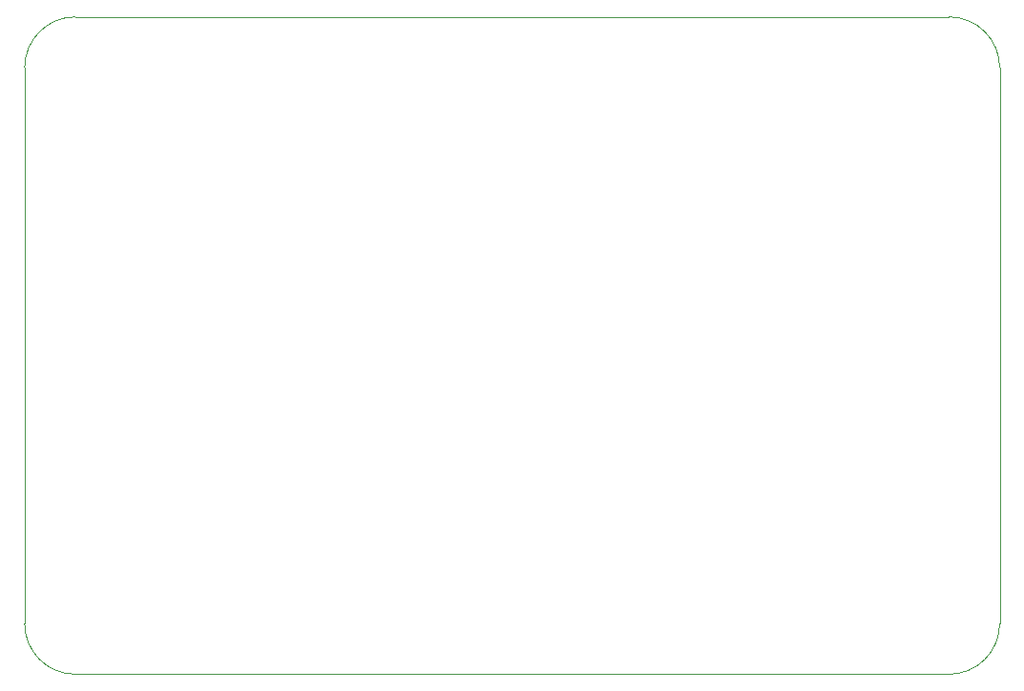
<source format=gm1>
G04 #@! TF.GenerationSoftware,KiCad,Pcbnew,7.0.6*
G04 #@! TF.CreationDate,2023-08-22T01:44:11+01:00*
G04 #@! TF.ProjectId,yasbc,79617362-632e-46b6-9963-61645f706362,rev?*
G04 #@! TF.SameCoordinates,Original*
G04 #@! TF.FileFunction,Profile,NP*
%FSLAX46Y46*%
G04 Gerber Fmt 4.6, Leading zero omitted, Abs format (unit mm)*
G04 Created by KiCad (PCBNEW 7.0.6) date 2023-08-22 01:44:11*
%MOMM*%
%LPD*%
G01*
G04 APERTURE LIST*
G04 #@! TA.AperFunction,Profile*
%ADD10C,0.050000*%
G04 #@! TD*
G04 APERTURE END LIST*
D10*
X50500000Y56100000D02*
X50500000Y105500000D01*
X50500000Y56100000D02*
G75*
G03*
X55000000Y51600000I4500000J0D01*
G01*
X132500000Y51600000D02*
X55000000Y51600000D01*
X137000000Y105500000D02*
G75*
G03*
X132500000Y110000000I-4500000J0D01*
G01*
X55000000Y110000000D02*
G75*
G03*
X50500000Y105500000I0J-4500000D01*
G01*
X137000000Y105500000D02*
X137000000Y56100000D01*
X132500000Y51600000D02*
G75*
G03*
X137000000Y56100000I0J4500000D01*
G01*
X55000000Y110000000D02*
X132500000Y110000000D01*
M02*

</source>
